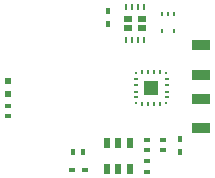
<source format=gbp>
G04 #@! TF.FileFunction,Paste,Bot*
%FSLAX46Y46*%
G04 Gerber Fmt 4.6, Leading zero omitted, Abs format (unit mm)*
G04 Created by KiCad (PCBNEW 4.0.5) date 03/08/17 21:21:33*
%MOMM*%
%LPD*%
G01*
G04 APERTURE LIST*
%ADD10C,0.150000*%
%ADD11R,0.200000X0.560000*%
%ADD12R,0.714000X0.498000*%
%ADD13R,1.599184X0.959104*%
%ADD14R,0.400000X0.480000*%
%ADD15R,0.520000X0.848000*%
%ADD16R,0.480000X0.400000*%
%ADD17R,0.272000X0.272000*%
%ADD18O,0.200000X0.488000*%
%ADD19O,0.488000X0.200000*%
%ADD20R,1.200000X1.200000*%
%ADD21R,0.240000X0.360000*%
%ADD22R,0.560000X0.480000*%
%ADD23R,0.480000X0.320000*%
%ADD24R,0.320000X0.480000*%
G04 APERTURE END LIST*
D10*
D11*
X-1425000Y6746500D03*
X-925000Y6746500D03*
X-425000Y6746500D03*
X75000Y6746500D03*
X75000Y3946500D03*
X-425000Y3946500D03*
X-925000Y3946500D03*
X-1425000Y3946500D03*
D12*
X-80000Y4931500D03*
X-1270000Y4931500D03*
X-80000Y5761500D03*
X-1270000Y5761500D03*
D13*
X4899020Y-1016750D03*
X4899020Y1000010D03*
X4899020Y-3516110D03*
X4899020Y3484130D03*
D14*
X-2975000Y5296500D03*
X-2975000Y6396500D03*
D15*
X-3025000Y-4753500D03*
X-2075000Y-4753500D03*
X-1125000Y-4753500D03*
X-1125000Y-6953500D03*
X-3025000Y-6953500D03*
X-2075000Y-6953500D03*
D16*
X-4925000Y-7053500D03*
X-6025000Y-7053500D03*
D17*
X-540000Y1111500D03*
D18*
X-40000Y1201500D03*
X460000Y1201500D03*
X990000Y1201500D03*
X1460000Y1201500D03*
D17*
X1990000Y1111500D03*
D19*
X2060000Y611500D03*
X2060000Y111500D03*
X2060000Y-418500D03*
X2060000Y-918500D03*
D17*
X1990000Y-1418500D03*
D18*
X1490000Y-1488500D03*
X990000Y-1488500D03*
X460000Y-1488500D03*
X-40000Y-1488500D03*
D17*
X-540000Y-1418500D03*
D19*
X-610000Y-918500D03*
X-610000Y-418500D03*
X-610000Y102500D03*
X-610000Y611500D03*
D20*
X725000Y-153500D03*
D21*
X1625000Y6146500D03*
X2625000Y6146500D03*
X1625000Y4746500D03*
X2125000Y6146500D03*
X2625000Y4746500D03*
D14*
X3125000Y-4403500D03*
X3125000Y-5503500D03*
D22*
X-11375000Y-603500D03*
X-11375000Y496500D03*
D23*
X325000Y-6303500D03*
X325000Y-7203500D03*
D24*
X-5925000Y-5553500D03*
X-5025000Y-5553500D03*
D23*
X325000Y-5403500D03*
X325000Y-4503500D03*
X1725000Y-4503500D03*
X1725000Y-5403500D03*
X-11375000Y-1603500D03*
X-11375000Y-2503500D03*
M02*

</source>
